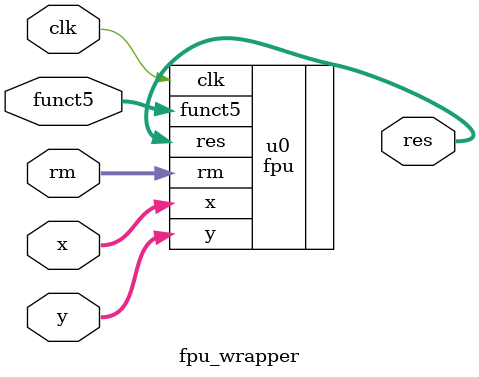
<source format=v>
`default_nettype none

module fpu_wrapper
    (
        input wire clk,
        input wire [31:0] x,
        input wire [31:0] y,
        input wire [4:0] funct5,
        input wire [2:0] rm,
        output wire [31:0] res
    );

    fpu u0(
        .clk(clk),
        .x(x),
        .y(y),
        .funct5(funct5),
        .rm(rm),
        .res(res)
    );

endmodule

`default_nettype wire
</source>
